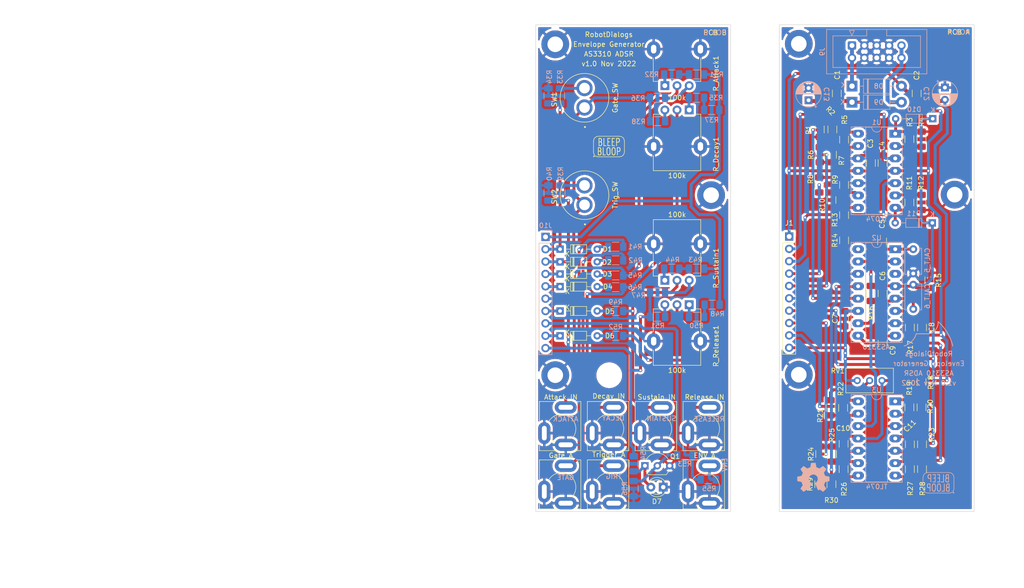
<source format=kicad_pcb>
(kicad_pcb (version 20211014) (generator pcbnew)
  (title_block (title "Envelope Generator AS3310") (date "2022-12-06") (rev "1.0") (company "RobotDialogs"))
  (layers (0 "F.Cu" signal) (31 "B.Cu" signal) (34 "B.Paste" user) (35 "F.Paste" user) (36 "B.SilkS" user "B.Silkscreen") (37 "F.SilkS" user "F.Silkscreen") (38 "B.Mask" user) (39 "F.Mask" user) (44 "Edge.Cuts" user))
  (net 0 "")
  (net 1 "+12V")
  (net 2 "GND")
  (net 3 "-12V")
  (net 4 "Net-(C5-Pad1)")
  (net 5 "-12VA")
  (net 6 "Net-(D2-Pad2)")
  (net 7 "Net-(C6-Pad2)")
  (net 8 "+12VA")
  (net 9 "Net-(C6-Pad1)")
  (net 10 "Net-(C9-Pad1)")
  (net 11 "Net-(J2-PadT)")
  (net 12 "Net-(D1-Pad2)")
  (net 13 "Net-(D5-Pad2)")
  (net 14 "Net-(D6-Pad2)")
  (net 15 "Net-(D7-Pad2)")
  (net 16 "Net-(D3-Pad2)")
  (net 17 "Net-(D4-Pad2)")
  (net 18 "Net-(D10-Pad2)")
  (net 19 "Net-(D11-Pad2)")
  (net 20 "Net-(Q1-Pad2)")
  (net 21 "Net-(R2-Pad1)")
  (net 22 "Net-(R4-Pad1)")
  (net 23 "Net-(R6-Pad1)")
  (net 24 "Net-(J3-PadT)")
  (net 25 "Net-(R2-Pad2)")
  (net 26 "Net-(R5-Pad2)")
  (net 27 "Net-(R16-Pad1)")
  (net 28 "Net-(R16-Pad2)")
  (net 29 "Net-(R18-Pad1)")
  (net 30 "Net-(R8-Pad1)")
  (net 31 "Net-(J4-PadT)")
  (net 32 "Net-(R10-Pad2)")
  (net 33 "Net-(J5-PadT)")
  (net 34 "Net-(R13-Pad2)")
  (net 35 "Net-(R12-Pad1)")
  (net 36 "Net-(R13-Pad1)")
  (net 37 "Net-(R17-Pad1)")
  (net 38 "Net-(R19-Pad2)")
  (net 39 "Net-(R23-Pad2)")
  (net 40 "Net-(R21-Pad2)")
  (net 41 "Net-(R30-Pad1)")
  (net 42 "Net-(R30-Pad2)")
  (net 43 "Net-(J6-PadT)")
  (net 44 "Net-(R21-Pad1)")
  (net 45 "Net-(R35-Pad2)")
  (net 46 "Net-(R23-Pad1)")
  (net 47 "Net-(R36-Pad2)")
  (net 48 "Net-(R24-Pad1)")
  (net 49 "Net-(R39-Pad1)")
  (net 50 "Net-(R26-Pad2)")
  (net 51 "Net-(J7-PadT)")
  (net 52 "Net-(R28-Pad1)")
  (net 53 "Net-(R28-Pad2)")
  (net 54 "Net-(R32-Pad2)")
  (net 55 "Net-(R32-Pad1)")
  (net 56 "Net-(R33-Pad1)")
  (net 57 "Net-(R35-Pad1)")
  (net 58 "Net-(R38-Pad2)")
  (net 59 "Net-(R44-Pad2)")
  (net 60 "Net-(J8-PadT)")
  (net 61 "Net-(R44-Pad1)")
  (net 62 "Net-(R47-Pad2)")
  (net 63 "Net-(R50-Pad2)")
  (net 64 "FROM_GATE")
  (net 65 "FROM_TRIG")
  (net 66 "FROM_ATT")
  (net 67 "FROM_DEC")
  (net 68 "FROM_SUS")
  (net 69 "FROM_REL")
  (net 70 "TO_OUT")
  (net 71 "GATE")
  (net 72 "TRIG")
  (net 73 "OUT")
  (net 74 "ATTACK")
  (net 75 "DECAY")
  (net 76 "SUSTAIN")
  (net 77 "RELEASE")
  (net 78 "Net-(R50-Pad1)")
  (net 79 "Net-(R51-Pad2)")
  (footprint "Capacitor_SMD:C_1206_3216Metric_Pad1.33x1.80mm_HandSolder" (layer "F.Cu") (at 211.2 78.4 -90)
    (fp_text reference "C4")
    (fp_text value "10nF")
  )
  (footprint "My Stuff:SW_PS1024ALRED" (layer "F.Cu") (at 150 85 90)
    (fp_text reference "SW2")
    (fp_text value "Trig_SW")
  )
  (footprint "MountingHole:MountingHole_4.3mm_M4_ISO14580" (layer "F.Cu") (at 155.083333 122)
    (fp_text reference "H7" hide)
    (fp_text value "TrimPotHole")
  )
  (footprint "Diode_THT:D_DO-34_SOD68_P7.62mm_Horizontal" (layer "F.Cu") (at 144.985 96.1)
    (fp_text reference "D1")
    (fp_text value "D")
  )
  (footprint "My Stuff:SW_PS1024ALRED" (layer "F.Cu") (at 150 65 90)
    (fp_text reference "SW1")
    (fp_text value "Gate_SW")
  )
  (footprint "Resistor_SMD:R_1206_3216Metric_Pad1.30x1.75mm_HandSolder" (layer "F.Cu") (at 216.7 86.5 90)
    (fp_text reference "R11")
    (fp_text value "100k")
  )
  (footprint "Diode_THT:D_DO-34_SOD68_P7.62mm_Horizontal" (layer "F.Cu") (at 144.985 98.7)
    (fp_text reference "D2")
    (fp_text value "D")
  )
  (footprint "Connector_PinSocket_2.54mm:PinSocket_1x10_P2.54mm_Vertical" (layer "F.Cu") (at 192.025 93.5)
    (fp_text reference "J1")
    (fp_text value "Conn_01x10")
  )
  (footprint "Package_TO_SOT_THT:TO-92_Inline_Wide" (layer "F.Cu") (at 162.41 140.6)
    (fp_text reference "Q1")
    (fp_text value "2N3906")
  )
  (footprint "Resistor_SMD:R_1206_3216Metric_Pad1.30x1.75mm_HandSolder" (layer "F.Cu") (at 198.4 138.2 -90)
    (fp_text reference "R24")
    (fp_text value "100k")
  )
  (footprint "Resistor_SMD:R_1206_3216Metric_Pad1.30x1.75mm_HandSolder" (layer "F.Cu") (at 216.8 112.2 -90)
    (fp_text reference "R17")
    (fp_text value "470")
  )
  (footprint "MountingHole:MountingHole_3.2mm_M3_ISO7380_Pad_TopBottom" (layer "F.Cu") (at 176 85)
    (fp_text reference "H4" hide)
    (fp_text value "MountingHole_Pad")
  )
  (footprint "Resistor_SMD:R_1206_3216Metric_Pad1.30x1.75mm_HandSolder" (layer "F.Cu") (at 200.9 71.5 90)
    (fp_text reference "R2")
    (fp_text value "10k")
  )
  (footprint "Resistor_SMD:R_1206_3216Metric_Pad1.30x1.75mm_HandSolder" (layer "F.Cu") (at 219.2 123.4 90)
    (fp_text reference "R18")
    (fp_text value "100k")
  )
  (footprint "MountingHole:MountingHole_3.2mm_M3_ISO7380_Pad_TopBottom" (layer "F.Cu") (at 144 122)
    (fp_text reference "H6" hide)
    (fp_text value "MountingHole_Pad")
  )
  (footprint "Resistor_SMD:R_1206_3216Metric_Pad1.30x1.75mm_HandSolder" (layer "F.Cu") (at 219.2 73.5 90)
    (fp_text reference "R4")
    (fp_text value "100k")
  )
  (footprint "Resistor_SMD:R_1206_3216Metric_Pad1.30x1.75mm_HandSolder" (layer "F.Cu") (at 200.8 76.7 -90)
    (fp_text reference "R7")
    (fp_text value "100k")
  )
  (footprint "MountingHole:MountingHole_3.2mm_M3_ISO7380_Pad_TopBottom" (layer "F.Cu") (at 194 121.9)
    (fp_text reference "H5" hide)
    (fp_text value "MountingHole_Pad")
  )
  (footprint "Resistor_SMD:R_1206_3216Metric_Pad1.30x1.75mm_HandSolder" (layer "F.Cu") (at 198.3 71.5 -90)
    (fp_text reference "R1")
    (fp_text value "470")
  )
  (footprint "Capacitor_SMD:C_1206_3216Metric_Pad1.33x1.80mm_HandSolder" (layer "F.Cu") (at 211.2 105.2 -90)
    (fp_text reference "C6")
    (fp_text value "1uF")
  )
  (footprint "My Stuff:Jack_3.5mm_MJ-355W_Vertical" (layer "F.Cu") (at 145.25 133)
    (fp_text reference "J2")
    (fp_text value "Attack_IN")
  )
  (footprint "Capacitor_SMD:C_1206_3216Metric_Pad1.33x1.80mm_HandSolder" (layer "F.Cu") (at 211.1 94.5 90)
    (fp_text reference "C5")
    (fp_text value "39nF")
  )
  (footprint "MountingHole:MountingHole_3.2mm_M3_ISO7380_Pad_TopBottom" (layer "F.Cu") (at 194 53.9)
    (fp_text reference "H1" hide)
    (fp_text value "MountingHole_Pad")
  )
  (footprint "My Stuff:Jack_3.5mm_MJ-355W_Vertical" (layer "F.Cu") (at 155.083333 133)
    (fp_text reference "J3")
    (fp_text value "Decay_IN")
  )
  (footprint "MountingHole:MountingHole_3.2mm_M3_ISO7380_Pad_TopBottom" (layer "F.Cu") (at 226 84.9)
    (fp_text reference "H3" hide)
    (fp_text value "MountingHole_Pad")
  )
  (footprint "MountingHole:MountingHole_3.2mm_M3_ISO7380_Pad_TopBottom" (layer "F.Cu") (at 144 54)
    (fp_text reference "H2" hide)
    (fp_text value "MountingHole_Pad")
  )
  (footprint "My Stuff:Logo1" (layer "F.Cu") (at 155 75)
    (fp_text reference "LOGO1" hide)
    (fp_text value "logo1" hide)
  )
  (footprint "Resistor_SMD:R_1206_3216Metric_Pad1.30x1.75mm_HandSolder" (layer "F.Cu") (at 216.8 141.3 90)
    (fp_text reference "R27")
    (fp_text value "100k")
  )
  (footprint "My Stuff:Potentiometer_Alpha_RD901F-40-00D_Single_Vertical_w_3d" (layer "F.Cu") (at 169 55 90)
    (fp_text reference "R_Attack1")
    (fp_text value "100k")
  )
  (footprint "Diode_THT:D_DO-34_SOD68_P7.62mm_Horizontal" (layer "F.Cu") (at 144.985 101.2)
    (fp_text reference "D3")
    (fp_text value "D")
  )
  (footprint "Resistor_SMD:R_1206_3216Metric_Pad1.30x1.75mm_HandSolder" (layer "F.Cu") (at 200.7 86 90)
    (fp_text reference "R10")
    (fp_text value "100k")
  )
  (footprint "Capacitor_SMD:C_1206_3216Metric_Pad1.33x1.80mm_HandSolder" (layer "F.Cu") (at 203.3 110.4 90)
    (fp_text reference "C7")
    (fp_text value "10nF")
  )
  (footprint "Resistor_SMD:R_1206_3216Metric_Pad1.30x1.75mm_HandSolder" (layer "F.Cu") (at 203.1 128.7 -90)
    (fp_text reference "R22")
    (fp_text value "100k")
  )
  (footprint "Resistor_SMD:R_1206_3216Metric_Pad1.30x1.75mm_HandSolder" (layer "F.Cu") (at 203.3 94.3 -90)
    (fp_text reference "R14")
    (fp_text value "470")
  )
  (footprint "Resistor_SMD:R_1206_3216Metric_Pad1.30x1.75mm_HandSolder" (layer "F.Cu") (at 216.7 128.6 -90)
    (fp_text reference "R19")
    (fp_text value "100k")
  )
  (footprint "Resistor_SMD:R_1206_3216Metric_Pad1.30x1.75mm_HandSolder" (layer "F.Cu") (at 200.5 128.7 90)
    (fp_text reference "R21")
    (fp_text value "100k")
  )
  (footprint "Capacitor_SMD:C_1206_3216Metric_Pad1.33x1.80mm_HandSolder" (layer "F.Cu") (at 203.2 136.1 -90)
    (fp_text reference "C10")
    (fp_text value "10nF")
  )
  (footprint "Resistor_SMD:R_1206_3216Metric_Pad1.30x1.75mm_HandSolder" (layer "F.Cu") (at 219.3 141.3 90)
    (fp_text reference "R28")
    (fp_text value "10k")
  )
  (footprint "Capacitor_SMD:C_1206_3216Metric_Pad1.33x1.80mm_HandSolder" (layer "F.Cu") (at 211.2 115.5 -90)
    (fp_text reference "C9")
    (fp_text value "10nF")
  )
  (footprint "Capacitor_SMD:C_1206_3216Metric_Pad1.33x1.80mm_HandSolder" (layer "F.Cu") (at 219.3 112.2 -90)
    (fp_text reference "C8")
    (fp_text value "10nF")
  )
  (footprint "Resistor_SMD:R_1206_3216Metric_Pad1.30x1.75mm_HandSolder" (layer "F.Cu") (at 200.7 144.4 -90)
    (fp_text reference "R30")
    (fp_text value "10k")
  )
  (footprint "Resistor_SMD:R_1206_3216Metric_Pad1.30x1.75mm_HandSolder" (layer "F.Cu") (at 203.3 73.6 -90)
    (fp_text reference "R5")
    (fp_text value "100k")
  )
  (footprint "Resistor_SMD:R_1206_3216Metric_Pad1.30x1.75mm_HandSolder" (layer "F.Cu") (at 219.3 136.2 90)
    (fp_text reference "R23")
    (fp_text value "100k")
  )
  (footprint "Diode_THT:D_DO-34_SOD68_P7.62mm_Horizontal" (layer "F.Cu") (at 144.985 103.8)
    (fp_text reference "D4")
    (fp_text value "D")
  )
  (footprint "Resistor_SMD:R_1206_3216Metric_Pad1.30x1.75mm_HandSolder" (layer "F.Cu") (at 198.3 76.7 90)
    (fp_text reference "R6")
    (fp_text value "100k")
  )
  (footprint "Resistor_SMD:R_1206_3216Metric_Pad1.30x1.75mm_HandSolder" (layer "F.Cu") (at 200.8 138.2 90)
    (fp_text reference "R25")
    (fp_text value "100k")
  )
  (footprint "My Stuff:Jack_3.5mm_MJ-355W_Vertical" (layer "F.Cu") (at 155.083333 145)
    (fp_text reference "J7")
    (fp_text value "Trigger_A")
  )
  (footprint "My Stuff:Jack_3.5mm_MJ-355W_Vertical" (layer "F.Cu") (at 164.916666 133)
    (fp_text reference "J4")
    (fp_text value "Sustain_IN")
  )
  (footprint "My Stuff:Jack_3.5mm_MJ-355W_Vertical" (layer "F.Cu") (at 145.25 145)
    (fp_text reference "J6")
    (fp_text value "Gate_A")
  )
  (footprint "Resistor_SMD:R_1206_3216Metric_Pad1.30x1.75mm_HandSolder" (layer "F.Cu") (at 219.2 128.6 90)
    (fp_text reference "R20")
    (fp_text value "100k")
  )
  (footprint "Resistor_SMD:R_1206_3216Metric_Pad1.30x1.75mm_HandSolder" (layer "F.Cu") (at 219.2 86.5 -90)
    (fp_text reference "R12")
    (fp_text value "100k")
  )
  (footprint "Resistor_SMD:R_1206_3216Metric_Pad1.30x1.75mm_HandSolder" (layer "F.Cu") (at 203.2 141.3 90)
    (fp_text reference "R26")
    (fp_text value "100k")
  )
  (footprint "Capacitor_SMD:C_1206_3216Metric_Pad1.33x1.80mm_HandSolder" (layer "F.Cu") (at 216.8 136.2 90)
    (fp_text reference "C11")
    (fp_text value "10nF")
  )
  (footprint "Diode_THT:D_DO-34_SOD68_P7.62mm_Horizontal" (layer "F.Cu") (at 144.985 113.9)
    (fp_text reference "D6")
    (fp_text value "D")
  )
  (footprint "Diode_THT:D_DO-34_SOD68_P7.62mm_Horizontal" (layer "F.Cu") (at 144.985 108.8)
    (fp_text reference "D5")
    (fp_text value "D")
  )
  (footprint "Resistor_SMD:R_1206_3216Metric_Pad1.30x1.75mm_HandSolder" (layer "F.Cu") (at 198.2 144.4 -90)
    (fp_text reference "R29")
    (fp_text value "470")
  )
  (footprint "Potentiometer_THT:Potentiometer_Bourns_3296W_Vertical" (layer "F.Cu") (at 206 123.1 180)
    (fp_text reference "RV1")
    (fp_text value "100k")
  )
  (footprint "My Stuff:Jack_3.5mm_MJ-355W_Vertical" (layer "F.Cu") (at 174.75 133)
    (fp_text reference "J5")
    (fp_text value "Release_IN")
  )
  (footprint "Resistor_SMD:R_1206_3216Metric_Pad1.30x1.75mm_HandSolder" (layer "F.Cu") (at 208.8 105.2 -90)
    (fp_text reference "R16")
    (fp_text value "30k")
  )
  (footprint "Capacitor_SMD:C_1206_3216Metric_Pad1.33x1.80mm_HandSolder" (layer "F.Cu") (at 208.8 78.4 90)
    (fp_text reference "C3")
    (fp_text value "10nF")
  )
  (footprint "Capacitor_SMD:C_1206_3216Metric_Pad1.33x1.80mm_HandSolder" (layer "F.Cu") (at 201.8 64.1 90)
    (fp_text reference "C1")
    (fp_text value "10nF")
  )
  (footprint "Resistor_SMD:R_1206_3216Metric_Pad1.30x1.75mm_HandSolder" (layer "F.Cu") (at 216.7 73.5 -90)
    (fp_text reference "R3")
    (fp_text value "100k")
  )
  (footprint "Resistor_SMD:R_1206_3216Metric_Pad1.30x1.75mm_HandSolder" (layer "F.Cu") (at 198.2 82.9 -90)
    (fp_text reference "R8")
    (fp_text value "100k")
  )
  (footprint "Capacitor_SMD:C_1206_3216Metric_Pad1.33x1.80mm_HandSolder" (layer "F.Cu") (at 218.2 64.1 -90)
    (fp_text reference "C2")
    (fp_text value "10nF")
  )
  (footprint "My Stuff:Jack_3.5mm_MJ-355W_Vertical" (layer "F.Cu") (at 174.75 145)
    (fp_text reference "J8")
    (fp_text value "ENV_A")
  )
  (footprint "My Stuff:Potentiometer_Alpha_RD901F-40-00D_Single_Vertical_w_3d" (layer "F.Cu") (at 169 75 -90)
    (fp_text reference "R_Decay1")
    (fp_text value "100k")
  )
  (footprint "My Stuff:Potentiometer_Alpha_RD901F-40-00D_Single_Vertical_w_3d" (layer "F.Cu") (at 169 115 -90)
    (fp_text reference "R_Release1")
    (fp_text value "100k")
  )
  (footprint "Resistor_SMD:R_1206_3216Metric_Pad1.30x1.75mm_HandSolder" (layer "F.Cu") (at 203.3 82.9 90)
    (fp_text reference "R9")
    (fp_text value "100k")
  )
  (footprint "My Stuff:Potentiometer_Alpha_RD901F-40-00D_Single_Vertical_w_3d" (layer "F.Cu") (at 169 95 90)
    (fp_text reference "R_Sustain1")
    (fp_text value "100k")
  )
  (footprint "My Stuff:Logo2" (layer "F.Cu") (at 222.7 144.1)
    (fp_text reference "LOGO2" hide)
    (fp_text value "logo1" hide)
  )
  (footprint "Resistor_SMD:R_1206_3216Metric_Pad1.30x1.75mm_HandSolder" (layer "F.Cu") (at 203.3 89.1 90)
    (fp_text reference "R13")
    (fp_text value "10k")
  )
  (footprint "My Stuff:LED_D3.0mm" (layer "F.Cu") (at 164.9 145 180)
    (fp_text reference "D7")
    (fp_text value "LED_A")
  )
  (footprint "Resistor_SMD:R_1206_3216Metric_Pad1.30x1.75mm_HandSolder" (layer "F.Cu") (at 220.8 102.5 90)
    (fp_text reference "R15")
    (fp_text value "10k")
  )
  (footprint "Package_DIP:DIP-16_W7.62mm_Socket_LongPads" (layer "B.Cu") (at 213.8 96.1 180)
    (fp_text reference "U2")
    (fp_text value "AS3310")
  )
  (footprint "Diode_THT:D_DO-34_SOD68_P7.62mm_Horizontal" (layer "B.Cu") (at 221.415 90.7 180)
    (fp_text reference "D11")
    (fp_text value "D")
  )
  (footprint "Resistor_SMD:R_1206_3216Metric_Pad1.30x1.75mm_HandSolder" (layer "B.Cu") (at 167.9 100.1)
    (fp_text reference "R44")
    (fp_text value "100k")
  )
  (footprint "Resistor_SMD:R_1206_3216Metric_Pad1.30x1.75mm_HandSolder" (layer "B.Cu") (at 173 60.2)
    (fp_text reference "R31")
    (fp_text value "10k")
  )
  (footprint "Resistor_SMD:R_1206_3216Metric_Pad1.30x1.75mm_HandSolder" (layer "B.Cu") (at 165 65)
    (fp_text reference "R36")
    (fp_text value "10k")
  )
  (footprint "Capacitor_THT:C_Disc_D5.1mm_W3.2mm_P5.00mm" (layer "B.Cu") (at 217.5 96.1 -90)
    (fp_text reference "CALT_5")
    (fp_text value "39nF")
  )
  (footprint "Resistor_SMD:R_1206_3216Metric_Pad1.30x1.75mm_HandSolder" (layer "B.Cu") (at 142.6 64.6 90)
    (fp_text reference "R34")
    (fp_text value "10k")
  )
  (footprint "Resistor_SMD:R_1206_3216Metric_Pad1.30x1.75mm_HandSolder" (layer "B.Cu") (at 176.2 107.5)
    (fp_text reference "R48")
    (fp_text value "10k")
  )
  (footprint "Resistor_SMD:R_1206_3216Metric_Pad1.30x1.75mm_HandSolder" (layer "B.Cu") (at 165 69.8)
    (fp_text reference "R38")
    (fp_text value "10k")
  )
  (footprint "Resistor_SMD:R_1206_3216Metric_Pad1.30x1.75mm_HandSolder" (layer "B.Cu") (at 175.4 143.4 180)
    (fp_text reference "R55")
    (fp_text value "1k")
  )
  (footprint "Connector_IDC:IDC-Header_2x05_P2.54mm_Vertical" (layer "B.Cu") (at 204.92 54.2475 -90)
    (fp_text reference "J9")
    (fp_text value "Conn_02x05_Odd_Even")
  )
  (footprint "Resistor_SMD:R_1206_3216Metric_Pad1.30x1.75mm_HandSolder" (layer "B.Cu") (at 173 100.1)
    (fp_text reference "R43")
    (fp_text value "10k")
  )
  (footprint "Resistor_SMD:R_1206_3216Metric_Pad1.30x1.75mm_HandSolder" (layer "B.Cu") (at 156.4 98.4 180)
    (fp_text reference "R42")
    (fp_text value "1k")
  )
  (footprint "Resistor_SMD:R_1206_3216Metric_Pad1.30x1.75mm_HandSolder" (layer "B.Cu") (at 167.9 60.2)
    (fp_text reference "R32")
    (fp_text value "100k")
  )
  (footprint "Resistor_SMD:R_1206_3216Metric_Pad1.30x1.75mm_HandSolder" (layer "B.Cu") (at 156.4 108.8 180)
    (fp_text reference "R49")
    (fp_text value "1k")
  )
  (footprint "Resistor_SMD:R_1206_3216Metric_Pad1.30x1.75mm_HandSolder" (layer "B.Cu") (at 142.6 84.550001 90)
    (fp_text reference "R40")
    (fp_text value "10k")
  )
  (footprint "Diode_THT:D_DO-41_SOD81_P10.16mm_Horizontal" (layer "B.Cu") (at 204.92 65.9)
    (fp_text reference "D9")
    (fp_text value "D")
  )
  (footprint "Diode_THT:D_DO-41_SOD81_P10.16mm_Horizontal" (layer "B.Cu") (at 204.92 62.6)
    (fp_text reference "D8")
    (fp_text value "D")
  )
  (footprint "Resistor_SMD:R_1206_3216Metric_Pad1.30x1.75mm_HandSolder" (layer "B.Cu") (at 165 110)
    (fp_text reference "R51")
    (fp_text value "10k")
  )
  (footprint "Resistor_SMD:R_1206_3216Metric_Pad1.30x1.75mm_HandSolder" (layer "B.Cu") (at 156.4 95.6 180)
    (fp_text reference "R41")
    (fp_text value "1k")
  )
  (footprint "Resistor_SMD:R_1206_3216Metric_Pad1.30x1.75mm_HandSolder" (layer "B.Cu") (at 165 105)
    (fp_text reference "R47")
    (fp_text value "10k")
  )
  (footprint "Resistor_SMD:R_1206_3216Metric_Pad1.30x1.75mm_HandSolder" (layer "B.Cu") (at 176.1 67.5)
    (fp_text reference "R37")
    (fp_text value "10k")
  )
  (footprint "Resistor_SMD:R_1206_3216Metric_Pad1.30x1.75mm_HandSolder" (layer "B.Cu") (at 173 65)
    (fp_text reference "R35")
    (fp_text value "100k")
  )
  (footprint "Capacitor_THT:CP_Radial_D5.0mm_P2.50mm" (layer "B.Cu") (at 196 65.5 90)
    (fp_text reference "C13")
    (fp_text value "100uF")
  )
  (footprint "Resistor_SMD:R_1206_3216Metric_Pad1.30x1.75mm_HandSolder" (layer "B.Cu") (at 156.4 113.9 180)
    (fp_text reference "R52")
    (fp_text value "1k")
  )
  (footprint "Resistor_SMD:R_1206_3216Metric_Pad1.30x1.75mm_HandSolder" (layer "B.Cu") (at 160.1 140.2 -90)
    (fp_text reference "R54")
    (fp_text value "3.3k")
  )
  (footprint "Resistor_SMD:R_1206_3216Metric_Pad1.30x1.75mm_HandSolder" (layer "B.Cu") (at 156.4 101.5 180)
    (fp_text reference "R45")
    (fp_text value "1k")
  )
  (footprint "Resistor_SMD:R_1206_3216Metric_Pad1.30x1.75mm_HandSolder" (layer "B.Cu") (at 145.099999 84.55 -90)
    (fp_text reference "R39")
    (fp_text value "4.7k")
  )
  (footprint "Resistor_SMD:R_1206_3216Metric_Pad1.30x1.75mm_HandSolder" (layer "B.Cu") (at 170.6 138.4)
    (fp_text reference "R53")
    (fp_text value "100k")
  )
  (footprint "Diode_THT:D_DO-34_SOD68_P7.62mm_Horizontal" (layer "B.Cu") (at 221.5 69.3 180)
    (fp_text reference "D10")
    (fp_text value "D")
  )
  (footprint "Symbol:OSHW-Symbol_6.7x6mm_SilkScreen" (layer "B.Cu") (at 197 143 180)
    (fp_text reference "LOGO3" hide)
    (fp_text value "Logo_Open_Hardware_Small" hide)
  )
  (footprint "Resistor_SMD:R_1206_3216Metric_Pad1.30x1.75mm_HandSolder" (layer "B.Cu") (at 160.1 145.3 -90)
    (fp_text reference "R56")
    (fp_text value "22k")
  )
  (footprint "Package_DIP:DIP-14_W7.62mm_Socket_LongPads" (layer "B.Cu") (at 213.8 72.375 180)
    (fp_text reference "U1")
    (fp_text value "TL074")
  )
  (footprint "Capacitor_THT:CP_Radial_D5.0mm_P2.50mm" (layer "B.Cu") (at 224 62.894888 -90)
    (fp_text reference "C12")
    (fp_text value "100uF")
  )
  (footprint "Connector_PinHeader_2.54mm:PinHeader_1x10_P2.54mm_Vertical" (layer "B.Cu") (at 142 93.575 180)
    (fp_text reference "J10")
    (fp_text value "Conn_01x10")
  )
  (footprint "Resistor_SMD:R_1206_3216Metric_Pad1.30x1.75mm_HandSolder" (layer "B.Cu") (at 156.4 103.9 180)
    (fp_text reference "R46")
    (fp_text value "1k")
  )
  (footprint "Capacitor_THT:C_Disc_D5.1mm_W3.2mm_P5.00mm" (layer "B.Cu") (at 217.5 103.4 -90)
    (fp_text reference "CALT_6")
    (fp_text value "1uF")
  )
  (footprint "Resistor_SMD:R_1206_3216Metric_Pad1.30x1.75mm_HandSolder" (layer "B.Cu") (at 173 110)
    (fp_text reference "R50")
    (fp_text value "100k")
  )
  (footprint "Package_DIP:DIP-14_W7.62mm_Socket_LongPads" (layer "B.Cu") (at 213.8 127.375 180)
    (fp_text reference "U3")
    (fp_text value "TL074")
  )
  (footprint "Resistor_SMD:R_1206_3216Metric_Pad1.30x1.75mm_HandSolder" (layer "B.Cu") (at 145 64.6 -90)
    (fp_text reference "R33")
    (fp_text value "4.7k")
  )
  (gr_line (start 218.109944 113.5) (end 220.609944 113.5) (layer "B.SilkS") (width 0.15))
  (gr_arc (start 222.609944 111) (mid 224.5 113.265966) (end 225.609944 116) (layer "B.SilkS") (width 0.15))
  (gr_arc (start 222.609944 111) (mid 222.095649 112.638564) (end 220.609944 113.5) (layer "B.SilkS") (width 0.15))
  (gr_arc (start 218.109944 113.5) (mid 217.17529 115.065346) (end 215.609944 116) (layer "B.SilkS") (width 0.15))
  (gr_rect locked (start 190 50) (end 230 150) (layer "Edge.Cuts") (width 0.1) (fill none))
  (gr_rect locked (start 140 50) (end 180 150) (layer "Edge.Cuts") (width 0.1) (fill none))
  (gr_text "ATTACK" (at 146.1 131) (layer "B.SilkS") (effects (font (size 1 1)) (justify mirror)))
  (gr_text "TRIG" (at 156 142.8) (layer "B.SilkS") (effects (font (size 1 1)) (justify mirror)))
  (gr_text "v1.0 Nov 2022" (at 220.7 123.6) (layer "B.SilkS") (effects (font (size 1 1)) (justify mirror)))
  (gr_text "DECAY" (at 155.9 130.8) (layer "B.SilkS") (effects (font (size 1 1)) (justify mirror)))
  (gr_text "PCB B" (at 176.8 51.6) (layer "B.SilkS") (effects (font (size 1 1)) (justify mirror)))
  (gr_text "SUSTAIN" (at 165.8 130.9) (layer "B.SilkS") (effects (font (size 1 1)) (justify mirror)))
  (gr_text "ENV" (at 178.8 140.4 90) (layer "B.SilkS") (effects (font (size 1 1)) (justify mirror)))
  (gr_text "AS3310 ADSR" (at 220.7 121.599999) (layer "B.SilkS") (effects (font (size 1 1)) (justify mirror)))
  (gr_text "TL074" (at 210 89.9) (layer "B.SilkS") (effects (font (size 1 1)) (justify mirror)))
  (gr_text "RobotDialogs\n" (at 220.7 117.6) (layer "B.SilkS") (effects (font (size 1 1)) (justify mirror)))
  (gr_text "PCB A" (at 226.9 51.5) (layer "B.SilkS") (effects (font (size 1 1)) (justify mirror)))
  (gr_text "GATE" (at 146.1 143) (layer "B.SilkS") (effects (font (size 1 1)) (justify mirror)))
  (gr_text "TL074" (at 210 144.9) (layer "B.SilkS") (effects (font (size 1 1)) (justify mirror)))
  (gr_text "RELEASE" (at 175.6 131) (layer "B.SilkS") (effects (font (size 1 1)) (justify mirror)))
  (gr_text "Envelope Generator" (at 220.7 119.6) (layer "B.SilkS") (effects (font (size 1 1)) (justify mirror)))
  (gr_text "AS3310" (at 209.9 116.2) (layer "B.SilkS") (effects (font (size 1 1)) (justify mirror)))
  (gr_text "Envelope Generator" (at 155 54) (layer "F.SilkS") (effects (font (size 1 1))))
  (gr_text "RobotDialogs\n" (at 155 52) (layer "F.SilkS") (effects (font (size 1 1))))
  (gr_text "PCB B" (at 176.8 51.6) (layer "F.SilkS") (effects (font (size 1 1))))
  (gr_text "v1.0 Nov 2022" (at 155 58) (layer "F.SilkS") (effects (font (size 1 1))))
  (gr_text "PCB A" (at 226.8 51.5) (layer "F.SilkS") (effects (font (size 1 1))))
  (gr_text "AS3310 ADSR" (at 155 56) (layer "F.SilkS") (effects (font (size 1 1))))
  (segment (start 196.1625 65.6625) (end 196 65.5) (width 0.8) (layer "F.Cu") (net 1))
  (segment (start 147.840489 84.840489) (end 147.840489 69.159511) (width 0.6) (layer "F.Cu") (net 1))
  (segment (start 161.5 110) (end 161.5 121) (width 0.6) (layer "F.Cu") (net 1))
  (segment (start 204.682501 65.6625) (end 204.920001 65.9) (width 0.8) (layer "F.Cu") (net 1))
  (segment (start 203.3 108.8375) (end 206.1425 108.8375) (width 0.6) (layer "F.Cu") (net 1))
  (segment (start 221.6 118.6) (end 203.6 118.6) (width 0.6) (layer "F.Cu") (net 1))
  (segment (start 203.6 118.6) (end 203.56 118.64) (width 0.6) (layer "F.Cu") (net 1))
  (segment (start 216.8 134.6375) (end 216.8 135.8) (width 0.6) (layer "F.Cu") (net 1))
  (segment (start 204.920001 65.9) (end 210.9 65.9) (width 0.6) (layer "F.Cu") (net 1))
  (segment (start 147.840489 69.159511) (end 150 67) (width 0.6) (layer "F.Cu") (net 1))
  (segment (start 210.9 65.9) (end 212.7 67.7) (width 0.6) (layer "F.Cu") (net 1))
  (segment (start 220.595 79.995) (end 220.6 80) (width 0.6) (layer "F.Cu") (net 1))
  (segment (start 216.8 135.8) (end 217 136) (width 0.6) (layer "F.Cu") (net 1))
  (segment (start 192.025 116.36) (end 203.56 116.36) (width 0.6) (layer "F.Cu") (net 1))
  (segment (start 213.7575 80.0375) (end 213.8 79.995) (width 0.6) (layer "F.Cu") (net 1))
  (segment (start 201.8 65.6625) (end 204.682501 65.6625) (width 0.8) (layer "F.Cu") (net 1))
  (segment (start 146.7 114.2) (end 146.7 100.9) (width 0.6) (layer "F.Cu") (net 1))
  (segment (start 211.3 80.0375) (end 213.7575 80.0375) (width 0.6) (layer "F.Cu") (net 1))
  (segment (start 214.1575 134.6375) (end 213.8 134.995) (width 0.6) (layer "F.Cu") (net 1))
  (segment (start 221.6 118.6) (end 221.6 119.7) (width 0.6) (layer "F.Cu") (net 1))
  (segment (start 146.7 100.9) (end 147.8 99.8) (width 0.6) (layer "F.Cu") (net 1))
  (segment (start 206.1425 108.8375) (end 206.18 108.8) (width 0.6) (layer "F.Cu") (net 1))
  (segment (start 212.7 67.7) (end 223 67.7) (width 0.6) (layer "F.Cu") (net 1))
  (segment (start 146.7 115.2) (end 146.7 114.2) (width 0.6) (layer "F.Cu") (net 1))
  (segment (start 147.8 99.8) (end 147.8 89.2) (width 0.6) (layer "F.Cu") (net 1))
  (segment (start 201.8 65.6625) (end 196.1625 65.6625) (width 0.8) (layer "F.Cu") (net 1))
  (segment (start 213.8 79.995) (end 220.595 79.995) (width 0.6) (layer "F.Cu") (net 1))
  (segment (start 217 136) (end 221.6 136) (width 0.6) (layer "F.Cu") (net 1))
  (segment (start 216.8 134.6375) (end 214.1575 134.6375) (width 0.6) (layer "F.Cu") (net 1))
  (segment (start 203.56 118.64) (end 203.56 116.36) (width 0.6) (layer "F.Cu") (net 1))
  (segment (start 150 87) (end 147.840489 84.840489) (width 0.6) (layer "F.Cu") (net 1))
  (segment (start 147.8 89.2) (end 150 87) (width 0.6) (layer "F.Cu") (net 1))
  (via (at 203.56 116.36) (size 0.7) (drill 0.4) (layers "F.Cu" "B.Cu") (net 1))
  (via (at 221.6 119.7) (size 0.7) (drill 0.4) (layers "F.Cu" "B.Cu") (net 1))
  (via (at 223 67.7) (size 0.7) (drill 0.4) (layers "F.Cu" "B.Cu") (net 1))
  (via (at 161.5 121) (size 0.7) (drill 0.4) (layers "F.Cu" "B.Cu") (net 1))
  (via (at 220.6 80) (size 0.7) (drill 0.4) (layers "F.Cu" "B.Cu") (net 1))
  (via (at 161.5 110) (size 0.7) (drill 0.4) (layers "F.Cu" "B.Cu") (net 1))
  (via (at 146.7 114.2) (size 0.7) (drill 0.4) (layers "F.Cu" "B.Cu") (net 1))
  (via (at 203.56 118.64) (size 0.7) (drill 0.4) (layers "F.Cu" "B.Cu") (net 1))
  (via (at 221.6 136) (size 0.7) (drill 0.4) (layers "F.Cu" "B.Cu") (net 1))
  (via (at 203.56 117.46) (size 0.7) (drill 0.4) (layers "F.Cu" "B.Cu") (net 1))
  (via (at 146.7 115.2) (size 0.7) (drill 0.4) (layers "F.Cu" "B.Cu") (net 1))
  (via (at 221.6 118.6) (size 0.7) (drill 0.4) (layers "F.Cu" "B.Cu") (net 1))
  (segment (start 223 102.3) (end 223 89.5) (width 0.6) (layer "B.Cu") (net 1))
  (segment (start 223 89.5) (end 220.6 87.1) (width 0.6) (layer "B.Cu") (net 1))
  (segment (start 203.6 108.8) (end 203.56 108.84) (width 0.6) (layer "B.Cu") (net 1))
  (segment (start 146.7 114.2) (end 146.7 115.2) (width 0.6) (layer "B.Cu") (net 1))
  (segment (start 203.56 122.76) (end 203.9 123.1) (width 0.6) (layer "B.Cu") (net 1))
  (segment (start 203.56 116.36) (end 203.56 117.46) (width 0.6) (layer "B.Cu") (net 1))
  (segment (start 223.2 71.5) (end 223.2 67.9) (width 0.6) (layer "B.Cu") (net 1))
  (segment (start 223.2 67.9) (end 223 67.7) (width 0.6) (layer "B.Cu") (net 1))
  (segment (start 146.665 116.435) (end 146.665 115.235) (width 0.6) (layer "B.Cu") (net 1))
  (segment (start 203.56 108.84) (end 203.56 116.36) (width 0.6) (layer "B.Cu") (net 1))
  (segment (start 161.5 121) (end 159.5 121) (width 0.6) (layer "B.Cu") (net 1))
  (segment (start 206.18 108.8) (end 203.6 108.8) (width 0.6) (layer "B.Cu") (net 1))
  (segment (start 159.5 117.67) (end 158.265 116.435) (width 0.6) (layer "B.Cu") (net 1))
  (segment (start 221.6 119.7) (end 221.6 103.7) (width 0.6) (layer "B.Cu") (net 1))
  (segment (start 203.56 118.64) (end 203.56 122.76) (width 0.6) (layer "B.Cu") (net 1))
  (segment (start 220.6 87.1) (end 220.6 80) (width 0.6) (layer "B.Cu") (net 1))
  (segment (start 146.665 115.235) (end 146.7 115.2) (width 0.6) (layer "B.Cu") (net 1))
  (segment (start 203.56 117.46) (end 203.56 118.64) (width 0.6) (layer "B.Cu") (net 1))
  (segment (start 146.665 116.435) (end 158.265 116.435) (width 0.6) (layer "B.Cu") (net 1))
  (segment (start 163.45 65) (end 152 65) (width 0.6) (layer "B.Cu") (net 1))
  (segment (start 203.9 123.1) (end 206 123.1) (width 0.6) (layer "B.Cu") (net 1))
  (segment (start 220.6 74.1) (end 223.2 71.5) (width 0.6) (layer "B.Cu") (net 1))
  (segment (start 221.6 103.7) (end 223 102.3) (width 0.6) (layer "B.Cu") (net 1))
  (segment (start 163.45 110) (end 163.45 105) (width 0.6) (layer "B.Cu") (net 1))
  (segment (start 159.5 136.4) (end 159.5 121) (width 0.6) (layer "B.Cu") (net 1))
  (segment (start 160.1 137) (end 159.5 136.4) (width 0.6) (layer "B.Cu") (net 1))
  (segment (start 142 116.435) (end 146.665 116.435) (width 0.6) (layer "B.Cu") (net 1))
  (segment (start 163.45 110) (end 161.5 110) (width 0.6) (layer "B.Cu") (net 1))
  (segment (start 160.1 138.65) (end 160.1 137) (width 0.6) (layer "B.Cu") (net 1))
  (segment (start 159.5 121) (end 159.5 117.67) (width 0.6) (layer "B.Cu") (net 1))
  (segment (start 152 65) (end 150 67) (width 0.6) (layer "B.Cu") (net 1))
  (segment (start 220.6 80) (end 220.6 74.1) (width 0.6) (layer "B.Cu") (net 1))
  (segment (start 163.45 69.8) (end 163.45 65) (width 0.6) (layer "B.Cu") (net 1))
  (segment (start 221.6 136) (end 221.6 119.7) (width 0.6) (layer "B.Cu") (net 1))
  (segment (start 206.7975 76.8375) (end 206.18 77.455) (width 0.6) (layer "F.Cu") (net 2))
  (segment (start 208.8 76.8375) (end 206.7975 76.8375) (width 0.6) (layer "F.Cu") (net 2))
  (segment (start 203.2 137.6625) (end 206.0525 137.6625) (width 0.6) (layer "F.Cu") (net 2))
  (segment (start 216.8 137.7625) (end 214.0275 137.7625) (width 0.6) (layer "F.Cu") (net 2))
  (segment (start 214.0275 137.7625) (end 213.8 137.535) (width 0.6) (layer "F.Cu") (net 2))
  (segment (start 206.0525 137.6625) (end 206.18 137.535) (width 0.6) (layer "F.Cu") (net 2))
  (segment (start 219.3 113.7625) (end 223.1375 113.7625) (width 0.6) (layer "F.Cu") (net 3))
  (segment (start 206.2225 80.0375) (end 206.18 79.995) (width 0.6) (layer "F.Cu") (net 3))
  (segment (start 216.8 113.75) (end 219.2875 113.75) (width 0.6) (layer "F.Cu") (net 3))
  (segment (start 205.7225 134.5375) (end 206.18 134.995) (width 0.6) (layer "F.Cu") (net 3))
  (segment (start 215.080001 62.6) (end 216.580001 64.1) (width 0.8) (layer "F.Cu") (net 3))
  (segment (start 212.480001 60) (end 193.4 60) (width 0.6) (layer "F.Cu") (net 3))
  (segment (start 218.2 64.4) (end 218.2 65.6625) (width 0.8) (layer "F.Cu") (net 3))
  (segment (start 203.2 134.5375) (end 205.7225 134.5375) (width 0.6) (layer "F.Cu") (net 3))
  (segment (start 219.2875 113.75) (end 219.3 113.7625) (width 0.6) (layer "F.Cu") (net 3))
  (segment (start 218.2 65.6625) (end 224.232388 65.6625) (width 0.8) (layer "F.Cu") (net 3))
  (segment (start 223.1375 113.7625) (end 223.2 113.7) (width 0.6) (layer "F.Cu") (net 3))
  (segment (start 192.045 79.995) (end 192.025 79.975) (width 0.6) (layer "F.Cu") (net 3))
  (segment (start 216.580001 64.1) (end 217.9 64.1) (width 0.8) (layer "F.Cu") (net 3))
  (segment (start 206.18 79.995) (end 192.045 79.995) (width 0.6) (layer "F.Cu") (net 3))
  (segment (start 193.4 60) (end 193.3 60.1) (width 0.6) (layer "F.Cu") (net 3))
  (segment (start 215.080001 62.6) (end 212.480001 60) (width 0.6) (layer "F.Cu") (net 3))
  (segment (start 211.08 123.1) (end 224.4 123.1) (width 0.6) (layer "F.Cu") (net 3))
  (segment (start 208.9 80.0375) (end 206.2225 80.0375) (width 0.6) (layer "F.Cu") (net 3))
  (segment (start 217.9 64.1) (end 218.2 64.4) (width 0.8) (layer "F.Cu") (net 3))
  (via (at 223.2 113.7) (size 0.7) (drill 0.4) (layers "F.Cu" "B.Cu") (net 3))
  (via (at 192.025 79.975) (size 0.7) (drill 0.4) (layers "F.Cu" "B.Cu") (net 3))
  (via (at 224.4 123.1) (size 0.7) (drill 0.4) (layers "F.Cu" "B.Cu") (net 3))
  (via (at 193.3 60.1) (size 0.7) (drill 0.4) (layers "F.Cu" "B.Cu") (net 3))
  (segment (start 174.55 60.2) (end 177.2 60.2) (width 0.6) (layer "B.Cu") (net 3))
  (segment (start 192.025 93.5) (end 192.025 79.975) (width 0.6) (layer "B.Cu") (net 3))
  (segment (start 222 74.8) (end 224.5 72.3) (width 0.6) (layer "B.Cu") (net 3))
  (segment (start 171.9 86.2) (end 171.9 87.4) (width 0.6) (layer "B.Cu") (net 3))
  (segment (start 174.55 100.1) (end 177.7 100.1) (width 0.6) (layer "B.Cu") (net 3))
  (segment (start 177.65 79.75) (end 176.6 80.8) (width 0.6) (layer "B.Cu") (net 3))
  (segment (start 177.7 100.1) (end 177.75 100.15) (width 0.6) (layer "B.Cu") (net 3))
  (segment (start 224 65.394888) (end 224 66.863519) (width 0.6) (layer "B.Cu") (net 3))
  (segment (start 171.9 82.8) (end 171.9 86.2) (width 0.6) (layer "B.Cu") (net 3))
  (segment (start 171.9 87.4) (end 173.5 89) (width 0.6) (layer "B.Cu") (net 3))
  (segment (start 149.225 93.575) (end 156.6 86.2) (width 0.6) (layer "B.Cu") (net 3))
  (segment (start 177.2 60.2) (end 177.65 60.65) (width 0.6) (layer "B.Cu") (net 3))
  (segment (start 224.4 114.9) (end 224.4 123.1) (width 0.6) (layer "B.Cu") (net 3))
  (segment (start 223.2 103.8) (end 224.3 102.7) (width 0.6) (layer "B.Cu") (net 3))
  (segment (start 156.6 86.2) (end 171.9 86.2) (width 0.6) (layer "B.Cu") (net 3))
  (segment (start 210.105 134.995) (end 206.18 134.995) (width 0.6) (layer "B.Cu") (net 3))
  (segment (start 224.5 72.3) (end 224.5 67.363519) (width 0.6) (layer "B.Cu") (net 3))
  (segment (start 192.025 61.375) (end 193.3 60.1) (width 0.6) (layer "B.Cu") (net 3))
  (segment (start 223.2 113.7) (end 224.4 114.9) (width 0.6) (layer "B.Cu") (net 3))
  (segment (start 224.3 88.9) (end 222 86.6) (width 0.6) (layer "B.Cu") (net 3))
  (segment (start 176.7 89) (end 177.75 90.05) (width 0.6) (layer "B.Cu") (net 3))
  (segment (start 171.9 82.8) (end 173.9 80.8) (width 0.6) (layer "B.Cu") (net 3))
  (segment (start 177.65 67.5) (end 177.65 79.75) (width 0.6) (layer "B.Cu") (net 3))
  (segment (start 192.025 79.975) (end 192.025 61.375) (width 0.6) (layer "B.Cu") (net 3))
  (segment (start 142 93.575) (end 149.225 93.575) (width 0.6) (layer "B.Cu") (net 3))
  (segment (start 177.75 90.05) (end 177.75 100.15) (width 0.6) (layer "B.Cu") (net 3))
  (segment (start 176.6 80.8) (end 173.9 80.8) (width 0.6) (layer "B.Cu") (net 3))
  (segment (start 224.3 102.7) (end 224.3 88.9) (width 0.6) (layer "B.Cu") (net 3))
  (segment (start 222 86.6) (end 222 74.8) (width 0.6) (layer "B.Cu") (net 3))
  (segment (start 223.2 113.7) (end 223.2 103.8) (width 0.6) (layer "B.Cu") (net 3))
  (segment (start 211.08 123.1) (end 211.08 134.02) (width 0.6) (layer "B.Cu") (net 3))
  (segment (start 173.5 89) (end 176.7 89) (width 0.6) (layer "B.Cu") (net 3))
  (segment (start 177.65 60.65) (end 177.65 67.5) (width 0.6) (layer "B.Cu") (net 3))
  (segment (start 211.08 134.02) (end 210.105 134.995) (width 0.6) (layer "B.Cu") (net 3))
  (segment (start 224 66.863519) (end 224.5 67.363519) (width 0.6) (layer "B.Cu") (net 3))
  (segment (start 177.75 100.15) (end 177.75 107.5) (width 0.6) (layer "B.Cu") (net 3))
  (segment (start 211.1375 96.1) (end 211.1 96.0625) (width 0.6) (layer "F.Cu") (net 4))
  (segment (start 217.5 96.1) (end 211.1375 96.1) (width 0.6) (layer "F.Cu") (net 4))
  (segment (start 204.92 55.1475) (end 204.920001 62.6) (width 0.8) (layer "B.Cu") (net 5))
  (segment (start 152.905 98.4) (end 152.605 98.7) (width 0.6) (layer "B.Cu") (net 6))
  (segment (start 154.85 98.4) (end 152.905 98.4) (width 0.6) (layer "B.Cu") (net 6))
  (segment (start 216.76 106.26) (end 213.8 106.26) (width 0.6) (layer "F.Cu") (net 7))
  (segment (start 217.5 108.4) (end 217.5 107) (width 0.6) (layer "F.Cu") (net 7))
  (segment (start 211.2 106.7625) (end 213.2975 106.7625) (width 0.6) (layer "F.Cu") (net 7))
  (segment (start 213.2975 106.7625) (end 213.8 106.26) (width 0.6) (layer "F.Cu") (net 7))
  (segment (start 217.5 107) (end 216.76 106.26) (width 0.6) (layer "F.Cu") (net 7))
  (segment (start 212.2 61.5) (end 215.08 58.62) (width 0.8) (layer "B.Cu") (net 8))
  (segment (start 215.080001 65.9) (end 212.7 65.9) (width 0.8) (layer "B.Cu") (net 8))
  (segment (start 215.08 58.62) (end 215.08 55.1475) (width 0.8) (layer "B.Cu") (net 8))
  (segment (start 212.2 65.4) (end 212.2 61.5) (width 0.8) (layer "B.Cu") (net 8))
  (segment (start 212.7 65.9) (end 212.2 65.4) (width 0.8) (layer "B.Cu") (net 8))
  (segment (start 213.7175 103.6375) (end 213.8 103.72) (width 0.6) (layer "F.Cu") (net 9))
  (segment (start 217.18 103.72) (end 217.5 103.4) (width 0.6) (layer "F.Cu") (net 9))
  (segment (start 218.15 104.05) (end 217.5 103.4) (width 0.6) (layer "F.Cu") (net 9))
  (segment (start 213.8 103.72) (end 217.18 103.72) (width 0.6) (layer "F.Cu") (net 9))
  (segment (start 211.2 103.6375) (end 213.7175 103.6375) (width 0.6) (layer "F.Cu") (net 9))
  (segment (start 220.8 104.05) (end 218.15 104.05) (width 0.6) (layer "F.Cu") (net 9))
  (segment (start 217.5 103.4) (end 220.1 103.4) (width 0.6) (layer "B.Cu") (net 9))
  (segment (start 219.1 90.1) (end 219.7 90.7) (width 0.6) (layer "B.Cu") (net 9))
  (segment (start 221.415 102.085) (end 221.415 90.7) (width 0.6) (layer "B.Cu") (net 9))
  (segment (start 219.5 69.3) (end 219.1 69.7) (width 0.6) (layer "B.Cu") (net 9))
  (segment (start 219.7 90.7) (end 221.415 90.7) (width 0.6) (layer "B.Cu") (net 9))
  (segment (start 220.1 103.4) (end 221.415 102.085) (width 0.6) (layer "B.Cu") (net 9))
  (segment (start 219.1 69.7) (end 219.1 90.1) (width 0.6) (layer "B.Cu") (net 9))
  (segment (start 221.5 69.3) (end 219.5 69.3) (width 0.6) (layer "B.Cu") (net 9))
  (segment (start 211.2 113.9375) (end 213.7425 113.9375) (width 0.6) (layer "F.Cu") (net 10))
  (segment (start 213.7425 113.9375) (end 213.8 113.88) (width 0.6) (layer "F.Cu") (net 10))
  (segment (start 147.9 101.3) (end 147.9 101.2) (width 0.6) (layer "F.Cu") (net 11))
  (segment (start 164.9 65.1) (end 167.9 65.1) (width 0.6) (layer "F.Cu") (net 11))
  (segment (start 161.2 68.8) (end 164.9 65.1) (width 0.6) (layer "F.Cu") (net 11))
  (segment (start 147.9 124.9) (end 147.9 101.3) (width 0.6) (layer "F.Cu") (net 11))
  (segment (start 169 64) (end 169 62.5) (width 0.6) (layer "F.Cu") (net 11))
  (segment (start 146.15 126.65) (end 147.9 124.9) (width 0.6) (layer "F.Cu") (net 11))
  (segment (start 167.9 65.1) (end 169 64) (width 0.6) (layer "F.Cu") (net 11))
  (segment (start 161.2 99.6) (end 161.2 68.8) (width 0.6) (layer "F.Cu") (net 11))
  (segment (start 146.15 128.6) (end 146.15 126.65) (width 0.6) (layer "F.Cu") (net 11))
  (via (at 147.9 101.2) (size 0.7) (drill 0.4) (layers "F.Cu" "B.Cu") (net 11))
  (via (at 161.2 99.6) (size 0.7) (drill 0.4) (layers "F.Cu" "B.Cu") (net 11))
  (segment (start 159.3 101.5) (end 161.2 99.6) (width 0.6) (layer "B.Cu") (net 11))
  (segment (start 147.9 101.2) (end 149.150489 99.949511) (width 0.6) (layer "B.Cu") (net 11))
  (segment (start 157.95 100.45) (end 157.95 101.9) (width 0.6) (layer "B.Cu") (net 11))
  (segment (start 157.449511 99.949511) (end 157.95 100.45) (width 0.6) (layer "B.Cu") (net 11))
  (segment (start 157.95 101.5) (end 159.3 101.5) (width 0.6) (layer "B.Cu") (net 11))
  (segment (start 149.150489 99.949511) (end 157.449511 99.949511) (width 0.6) (layer "B.Cu") (net 11))
  (segment (start 154.85 95.6) (end 153.105 95.6) (width 0.6) (layer "B.Cu") (net 12))
  (segment (start 153.105 95.6) (end 152.605 96.1) (width 0.6) (layer "B.Cu") (net 12))
  (segment (start 154.85 108.8) (end 152.605 108.8) (width 0.6) (layer "B.Cu") (net 13))
  (segment (start 152.605 113.9) (end 154.85 113.9) (width 0.6) (layer "B.Cu") (net 14))
  (segment (start 162.41 140.6) (end 162.41 143.78) (width 0.6) (layer "F.Cu") (net 15))
  (segment (start 162.41 143.78) (end 163.63 145) (width 0.6) (layer "F.Cu") (net 15))
  (segment (start 160.1 141.75) (end 161.26 141.75) (width 0.6) (layer "B.Cu") (net 15))
  (segment (start 161.26 141.75) (end 162.41 140.6) (width 0.6) (layer "B.Cu") (net 15))
  (segment (start 152.905 101.5) (end 152.605 101.2) (width 0.6) (layer "B.Cu") (net 16))
  (segment (start 154.85 101.5) (end 152.905 101.5) (width 0.6) (layer "B.Cu") (net 16))
  (segment (start 154.85 103.9) (end 152.705 103.9) (width 0.6) (layer "B.Cu") (net 17))
  (segment (start 152.705 103.9) (end 152.605 103.8) (width 0.6) (layer "B.Cu") (net 17))
  (segment (start 213.8 72.375) (end 214.225 71.95) (width 0.6) (layer "F.Cu") (net 18))
  (segment (start 216.7 71.95) (end 214.225 71.95) (width 0.6) (layer "F.Cu") (net 18))
  (segment (start 213.88 69.3) (end 213.88 72.295) (width 0.6) (layer "F.Cu") (net 18))
  (segment (start 213.795 87.62) (end 213.8 87.615) (width 0.6) (layer "F.Cu") (net 19))
  (segment (start 213.795 90.7) (end 213.795 87.62) (width 0.6) (layer "F.Cu") (net 19))
  (segment (start 214.235 88.05) (end 213.8 87.615) (width 0.6) (layer "F.Cu") (net 19))
  (segment (start 216.7 88.05) (end 214.235 88.05) (width 0.6) (layer "F.Cu") (net 19))
  (segment (start 167.15 138.4) (end 164.95 140.6) (width 0.6) (layer "B.Cu") (net 20))
  (segment (start 169.05 138.4) (end 167.15 138.4) (width 0.6) (layer "B.Cu") (net 20))
  (segment (start 161.8 143.75) (end 164.95 140.6) (width 0.6) (layer "B.Cu") (net 20))
  (segment (start 160.1 143.75) (end 161.8 143.75) (width 0.6) (layer "B.Cu") (net 20))
  (segment (start 206.18 106.26) (end 206.12 106.2) (width 0.6) (layer "F.Cu") (net 21))
  (segment (start 196.9 71.6) (end 198.4 71.6) (width 0.6) (layer "F.Cu") (net 21))
  (segment (start 206.12 106.2) (end 196.9 106.2) (width 0.6) (layer "F.Cu") (net 21))
  (segment (start 200.7 71.6) (end 200.9 71.8) (width 0.6) (layer "F.Cu") (net 21))
  (segment (start 200.9 71.8) (end 200.9 73.05) (width 0.6) (layer "F.Cu") (net 21))
  (segment (start 198.4 71.6) (end 198.4 70.05) (width 0.6) (layer "F.Cu") (net 21))
  (segment (start 198.4 71.6) (end 200.7 71.6) (width 0.6) (layer "F.Cu") (net 21))
  (segment (start 198.4 70.05) (end 198.3 69.95) (width 0.6) (layer "F.Cu") (net 21))
  (via (at 196.9 106.2) (size 0.7) (drill 0.4) (layers "F.Cu" "B.Cu") (net 21))
  (via (at 196.9 71.6) (size 0.7) (drill 0.4) (layers "F.Cu" "B.Cu") (net 21))
  (segment (start 196.9 106.2) (end 196.9 71.6) (width 0.6) (layer "B.Cu") (net 21))
  (segment (start 213.935 75.05) (end 213.8 74.915) (width 0.6) (layer "F.Cu") (net 22))
  (segment (start 219.2 75.05) (end 213.935 75.05) (width 0.6) (layer "F.Cu") (net 22))
  (segment (start 198.3 78.25) (end 200.8 78.25) (width 0.6) (layer "F.Cu") (net 23))
  (segment (start 169 94.4) (end 164 99.4) (width 0.6) (layer "F.Cu") (net 24))
  (segment (start 150.54854 105.29856) (end 150.54854 127.34998) (width 0.6) (layer "F.Cu") (net 24))
  (segment (start 150.54854 127.34998) (end 151.79856 128.6) (width 0.6) (layer "F.Cu") (net 24))
  (segment (start 169 67.5) (end 169 94.4) (width 0.6) (layer "F.Cu") (net 24))
  (segment (start 155.983333 128.6) (end 151.79856 128.6) (width 0.6) (layer "F.Cu") (net 24))
  (via (at 164 99.4) (size 0.7) (drill 0.4) (layers "F.Cu" "B.Cu") (net 24))
  (via (at 150.54854 105.29856) (size 0.7) (drill 0.4) (layers "F.Cu" "B.Cu") (net 24))
  (segment (start 157.60144 105.29856) (end 150.54854 105.29856) (width 0.6) (layer "B.Cu") (net 24))
  (segment (start 157.95 104.95) (end 157.60144 105.29856) (width 0.6) (layer "B.Cu") (net 24))
  (segment (start 157.95 103.9) (end 159.5 103.9) (width 0.6) (layer "B.Cu") (net 24))
  (segment (start 157.95 103.9) (end 157.95 104.95) (width 0.6) (layer "B.Cu") (net 24))
  (segment (start 159.5 103.9) (end 164 99.4) (width 0.6) (layer "B.Cu") (net 24))
  (segment (start 200.9 69.95) (end 202.75 69.95) (width 0.6) (layer "F.Cu") (net 25))
  (segment (start 202.75 69.95) (end 203.3 70.5) (width 0.6) (layer "F.Cu") (net 25))
  (segment (start 203.3 70.5) (end 203.3 72.05) (width 0.6) (layer "F.Cu") (net 25))
  (segment (start 205.855 72.05) (end 206.18 72.375) (width 0.6) (layer "F.Cu") (net 25))
  (segment (start 203.3 72.05) (end 205.855 72.05) (width 0.6) (layer "F.Cu") (net 25))
  (segment (start 203.3 75.15) (end 205.945 75.15) (width 0.6) (layer "F.Cu") (net 26))
  (segment (start 200.8 75.15) (end 203.3 75.15) (width 0.6) (layer "F.Cu") (net 26))
  (segment (start 205.945 75.15) (end 206.18 74.915) (width 0.6) (layer "F.Cu") (net 26))
  (segment (start 208.8 103.65) (end 208.8 99.6) (width 0.6) (layer "F.Cu") (net 27))
  (segment (start 209.76 98.64) (end 213.8 98.64) (width 0.6) (layer "F.Cu") (net 27))
  (segment (start 208.8 99.6) (end 209.76 98.64) (width 0.6) (layer "F.Cu") (net 27))
  (via (at 208.8 101.3) (size 0.7) (drill 0.4) (layers "F.Cu" "B.Cu") (net 27))
  (segment (start 209.759511 121.459511) (end 209.759511 131.640489) (width 0.6) (layer "B.Cu") (net 27))
  (segment (start 209.759511 131.640489) (end 208.945 132.455) (width 0.6) (layer "B.Cu") (net 27))
  (segment (start 208.8 120.5) (end 209.759511 121.459511) (width 0.6) (layer "B.Cu") (net 27))
  (segment (start 208.8 101.3) (end 208.8 120.5) (width 0.6) (layer "B.Cu") (net 27))
  (segment (start 208.945 132.455) (end 206.18 132.455) (width 0.6) (layer "B.Cu") (net 27))
  (segment (start 208.8 106.75) (end 208.8 110.8) (width 0.6) (layer "F.Cu") (net 28))
  (segment (start 208.8 110.8) (end 208.26 111.34) (width 0.6) (layer "F.Cu") (net 28))
  (segment (start 208.26 111.34) (end 206.18 111.34) (width 0.6) (layer "F.Cu") (net 28))
  (segment (start 219.2 127.05) (end 219.2 124.95) (width 0.6) (layer "F.Cu") (net 29))
  (segment (start 198.2 81.35) (end 203.3 81.35) (width 0.6) (layer "F.Cu") (net 30))
  (segment (start 167.772792 105) (end 160.4 105) (width 0.6) (layer "F.Cu") (net 31))
  (segment (start 169 103.772792) (end 167.772792 105) (width 0.6) (layer "F.Cu") (net 31))
  (segment (start 169 102.5) (end 169 103.772792) (width 0.6) (layer "F.Cu") (net 31))
  (segment (start 161.6 128.6) (end 159.9 126.9) (width 0.6) (layer "F.Cu") (net 31))
  (segment (start 159.9 126.9) (end 159.9 108.8) (width 0.6) (layer "F.Cu") (net 31))
  (segment (start 165.816666 128.6) (end 161.6 128.6) (width 0.6) (layer "F.Cu") (net 31))
  (segment (start 159.9 105.5) (end 159.9 108.8) (width 0.6) (layer "F.Cu") (net 31))
  (segment (start 160.4 105) (end 159.9 105.5) (width 0.6) (layer "F.Cu") (net 31))
  (via (at 159.9 108.8) (size 0.7) (drill 0.4) (layers "F.Cu" "B.Cu") (net 31))
  (segment (start 157.95 108.8) (end 159.9 108.8) (width 0.6) (layer "B.Cu") (net 31))
  (segment (start 205.555 84.45) (end 206.18 85.075) (width 0.6) (layer "F.Cu") (net 32))
  (segment (start 200.7 84.45) (end 203.3 84.45) (width 0.6) (layer "F.Cu") (net 32))
  (segment (start 203.3 84.45) (end 205.555 84.45) (width 0.6) (layer "F.Cu") (net 32))
  (segment (start 171 112.5) (end 171 118.9) (width 0.6) (layer "F.Cu") (net 33))
  (segment (start 171 118.9) (end 163.1 118.9) (width 0.6) (layer "F.Cu") (net 33))
  (segment (start 171 118.9) (end 171 128.2) (width 0.6) (layer "F.Cu") (net 33))
  (segment (start 169 107.5) (end 169 110.5) (width 0.6) (layer "F.Cu") (net 33))
  (segment (start 171 128.2) (end 171.4 128.6) (width 0.6) (layer "F.Cu") (net 33))
  (segment (start 171.4 128.6) (end 175.65 128.6) (width 0.6) (layer "F.Cu") (net 33))
  (segment (start 169 110.5) (end 171 112.5) (width 0.6) (layer "F.Cu") (net 33))
  (via (at 163.1 118.9) (size 0.7) (drill 0.4) (layers "F.Cu" "B.Cu") (net 33))
  (segment (start 161.4 115.4) (end 159.9 113.9) (width 0.6) (layer "B.Cu") (net 33))
  (segment (start 163.1 118.9) (end 161.4 117.2) (width 0.6) (layer "B.Cu") (net 33))
  (segment (start 161.4 117.2) (end 161.4 115.4) (width 0.6) (layer "B.Cu") (net 33))
  (segment (start 159.9 113.9) (end 157.95 113.9) (width 0.6) (layer "B.Cu") (net 33))
  (segment (start 206.115 87.55) (end 206.18 87.615) (width 0.6) (layer "F.Cu") (net 34))
  (segment (start 200.7 87.55) (end 206.115 87.55) (width 0.6) (layer "F.Cu") (net 34))
  (segment (start 219.2 84.95) (end 213.925 84.95) (width 0.6) (layer "F.Cu") (net 35))
  (segment (start 213.925 84.95) (end 213.8 85.075) (width 0.6) (layer "F.Cu") (net 35))
  (segment (start 208.5 93.5) (end 207.7 92.7) (width 0.6) (layer "F.Cu") (net 36))
  (segment (start 207.7 92.7) (end 203.35 92.7) (width 0.6) (layer "F.Cu") (net 36))
  (segment (start 203.3 92.75) (end 203.3 90.65) (width 0.6) (layer "F.Cu") (net 36))
  (segment (start 203.35 92.7) (end 203.3 92.75) (width 0.6) (layer "F.Cu") (net 36))
  (segment (start 206.18 98.64) (end 207.86 98.64) (width 0.6) (layer "F.Cu") (net 36))
  (segment (start 207.86 98.64) (end 208.5 98) (width 0.6) (layer "F.Cu") (net 36))
  (segment (start 208.5 98) (end 208.5 93.5) (width 0.6) (layer "F.Cu") (net 36))
  (segment (start 215.7 109) (end 215.5 108.8) (width 0.6) (layer "F.Cu") (net 37))
  (segment (start 216.8 110.65) (end 216.65 110.65) (width 0.6) (layer "F.Cu") (net 37))
  (segment (start 216.65 110.65) (end 215.7 109.7) (width 0.6) (layer "F.Cu") (net 37))
  (segment (start 213.8 108.8) (end 215.5 108.8) (width 0.6) (layer "F.Cu") (net 37))
  (segment (start 215.7 109.7) (end 215.7 109) (width 0.6) (layer "F.Cu") (net 37))
  (segment (start 214.035 130.15) (end 213.8 129.915) (width 0.6) (layer "F.Cu") (net 38))
  (segment (start 219.2 130.15) (end 214.035 130.15) (width 0.6) (layer "F.Cu") (net 38))
  (segment (start 221.4 133.4) (end 221.4 129) (width 0.6) (layer "F.Cu") (net 39))
  (segment (start 216.7 127.05) (end 214.125 127.05) (width 0.6) (layer "F.Cu") (net 39))
  (segment (start 221 128.6) (end 217.2 128.6) (width 0.6) (layer "F.Cu") (net 39))
  (segment (start 221.4 129) (end 221 128.6) (width 0.6) (layer "F.Cu") (net 39))
  (segment (start 214.125 127.05) (end 213.8 127.375) (width 0.6) (layer "F.Cu") (net 39))
  (segment (start 216.7 128.1) (end 216.7 127.05) (width 0.6) (layer "F.Cu") (net 39))
  (segment (start 220.25 134.55) (end 221.4 133.4) (width 0.6) (layer "F.Cu") (net 39))
  (segment (start 217.2 128.6) (end 216.7 128.1) (width 0.6) (layer "F.Cu") (net 39))
  (segment (start 208.54 123.1) (end 206.64 125) (width 0.6) (layer "F.Cu") (net 40))
  (segment (start 201.1 125) (end 206.64 125) (width 0.6) (layer "F.Cu") (net 40))
  (segment (start 200.5 127.15) (end 200.5 125.6) (width 0.6) (layer "F.Cu") (net 40))
  (segment (start 200.5 125.6) (end 201.1 125) (width 0.6) (layer "F.Cu") (net 40))
  (segment (start 198.2 142.85) (end 200.7 142.85) (width 0.6) (layer "F.Cu") (net 41))
  (segment (start 206.1 103.8) (end 206.18 103.72) (width 0.6) (layer "F.Cu") (net 41))
  (segment (start 200.7 142.85) (end 200.7 141.4) (width 0.6) (layer "F.Cu") (net 41))
  (segment (start 201.7 103.8) (end 206.1 103.8) (width 0.6) (layer "F.Cu") (net 41))
  (via (at 201.7 103.8) (size 0.7) (drill 0.4) (layers "F.Cu" "B.Cu") (net 41))
  (via (at 200.7 141.4) (size 0.7) (drill 0.4) (layers "F.Cu" "B.Cu") (net 41))
  (segment (start 201.7 107.1) (end 201.7 103.8) (width 0.6) (layer "B.Cu") (net 41))
  (segment (start 200.7 108.1) (end 201.7 107.1) (width 0.6) (layer "B.Cu") (net 41))
  (segment (start 200.7 141.4) (end 200.7 108.1) (width 0.6) (layer "B.Cu") (net 41))
  (segment (start 200.7 145.95) (end 202.55 145.95) (width 0.6) (layer "F.Cu") (net 42))
  (segment (start 203.2 145.3) (end 203.2 142.85) (width 0.6) (layer "F.Cu") (net 42))
  (segment (start 205.945 142.85) (end 206.18 142.615) (width 0.6) (layer "F.Cu") (net 42))
  (segment (start 203.2 142.85) (end 205.945 142.85) (width 0.6) (layer "F.Cu") (net 42))
  (segment (start 202.55 145.95) (end 203.2 145.3) (width 0.6) (layer "F.Cu") (net 42))
  (segment (start 148.89952 96.20048) (end 148.9 96.2) (width 0.6) (layer "F.Cu") (net 43))
  (segment (start 147.1 140.6) (end 148.89952 138.80048) (width 0.6) (layer "F.Cu") (net 43))
  (segment (start 146.15 140.6) (end 147.1 140.6) (width 0.6) (layer "F.Cu") (net 43))
  (segment (start 148.89952 138.80048) (end 148.89952 96.20048) (width 0.6) (layer "F.Cu") (net 43))
  (via (at 148.9 96.2) (size 0.7) (drill 0.4) (layers "F.Cu" "B.Cu") (net 43))
  (segment (start 157.95 94.35) (end 157.95 95.6) (width 0.6) (layer "B.Cu") (net 43))
  (segment (start 157.82548 94.22548) (end 157.95 94.35) (width 0.6) (layer "B.Cu") (net 43))
  (segment (start 150.87452 94.22548) (end 157.82548 94.22548) (width 0.6) (layer "B.Cu") (net 43))
  (segment (start 148.9 96.2) (end 150.87452 94.22548) (width 0.6) (layer "B.Cu") (net 43))
  (segment (start 205.845 130.25) (end 206.18 129.915) (width 0.6) (layer "F.Cu") (net 44))
  (segment (start 200.5 130.25) (end 203.1 130.25) (width 0.6) (layer "F.Cu") (net 44))
  (segment (start 203.1 130.25) (end 205.845 130.25) (width 0.6) (layer "F.Cu") (net 44))
  (segment (start 174.55 65) (end 174.55 67.5) (width 0.6) (layer "B.Cu") (net 45))
  (segment (start 217.05 139.75) (end 219.05 137.75) (width 0.6) (layer "F.Cu") (net 46))
  (segment (start 216.8 139.75) (end 214.125 139.75) (width 0.6) (layer "F.Cu") (net 46))
  (segment (start 214.125 139.75) (end 213.8 140.075) (width 0.6) (layer "F.Cu") (net 46))
  (segment (start 219.05 137.75) (end 219.3 137.75) (width 0.6) (layer "F.Cu") (net 46))
  (segment (start 216.8 139.75) (end 217.05 139.75) (width 0.6) (layer "F.Cu") (net 46))
  (segment (start 166.55 65) (end 169 65) (width 0.6) (layer "B.Cu") (net 47))
  (segment (start 169 65) (end 171.5 62.5) (width 0.6) (layer "B.Cu") (net 47))
  (segment (start 200.8 136.65) (end 198.4 136.65) (width 0.6) (layer "F.Cu") (net 48))
  (segment (start 145.099999 83) (end 150 83) (width 0.6) (layer "B.Cu") (net 49))
  (segment (start 200.8 139.75) (end 203.2 139.75) (width 0.6) (layer "F.Cu") (net 50))
  (segment (start 205.855 139.75) (end 206.18 140.075) (width 0.6) (layer "F.Cu") (net 50))
  (segment (start 203.2 139.75) (end 205.855 139.75) (width 0.6) (layer "F.Cu") (net 50))
  (segment (start 151.4 140.6) (end 149.7 138.9) (width 0.6) (layer "F.Cu") (net 51))
  (segment (start 149.7 138.9) (end 149.7 137.9) (width 0.6) (layer "F.Cu") (net 51))
  (segment (start 149.69904 98.8) (end 149.74902 98.8) (width 0.6) (layer "F.Cu") (net 51))
  (segment (start 149.69904 137.89904) (end 149.69904 98.8) (width 0.6) (layer "F.Cu") (net 51))
  (segment (start 149.7 137.9) (end 149.69904 137.89904) (width 0.6) (layer "F.Cu") (net 51))
  (segment (start 155.983333 140.6) (end 151.4 140.6) (width 0.6) (layer "F.Cu") (net 51))
  (via (at 149.74902 98.8) (size 0.7) (drill 0.4) (layers "F.Cu" "B.Cu") (net 51))
  (segment (start 149.74902 98.75098) (end 151.150489 97.349511) (width 0.6) (layer "B.Cu") (net 51))
  (segment (start 157.95 98.4) (end 157.95 97.35) (width 0.6) (layer "B.Cu") (net 51))
  (segment (start 151.150489 97.349511) (end 153.815508 97.349511) (width 0.6) (layer "B.Cu") (net 51))
  (segment (start 149.74902 98.8) (end 149.74902 98.75098) (width 0.6) (layer "B.Cu") (net 51))
  (segment (start 157.6 97) (end 154.165019 97) (width 0.6) (layer "B.Cu") (net 51))
  (segment (start 153.815508 97.349511) (end 154.165019 97) (width 0.6) (layer "B.Cu") (net 51))
  (segment (start 157.95 97.35) (end 157.6 97) (width 0.6) (layer "B.Cu") (net 51))
  (segment (start 214.035 142.85) (end 213.8 142.615) (width 0.6) (layer "F.Cu") (net 52))
  (segment (start 216.8 142.85) (end 214.035 142.85) (width 0.6) (layer "F.Cu") (net 52))
  (segment (start 219.3 142.85) (end 216.8 142.85) (width 0.6) (layer "F.Cu") (net 52))
  (segment (start 223.1 139.5) (end 219.55 139.5) (width 0.6) (layer "F.Cu") (net 53))
  (segment (start 222.6 115.4) (end 223.1 115.9) (width 0.6) (layer "F.Cu") (net 53))
  (segment (start 207.7 115.4) (end 222.6 115.4) (width 0.6) (layer "F.Cu") (net 53))
  (segment (start 206.18 113.88) (end 207.7 115.4) (width 0.6) (layer "F.Cu") (net 53))
  (segment (start 219.55 139.5) (end 219.3 139.75) (width 0.6) (layer "F.Cu") (net 53))
  (via (at 223.1 115.9) (size 0.7) (drill 0.4) (layers "F.Cu" "B.Cu") (net 53))
  (via (at 223.1 139.5) (size 0.7) (drill 0.4) (layers "F.Cu" "B.Cu") (net 53))
  (segment (start 223.1 115.9) (end 223.1 139.5) (width 0.6) (layer "B.Cu") (net 53))
  (segment (start 169.45 60.2) (end 171.45 60.2) (width 0.6) (layer "B.Cu") (net 54))
  (segment (start 166.5 60.35) (end 166.35 60.2) (width 0.6) (layer "B.Cu") (net 55))
  (segment (start 166.5 62.5) (end 166.5 60.35) (width 0.6) (layer "B.Cu") (net 55))
  (segment (start 145 63.05) (end 149.95 63.05) (width 0.6) (layer "B.Cu") (net 56))
  (segment (start 149.95 63.05) (end 150 63) (width 0.6) (layer "B.Cu") (net 56))
  (segment (start 171.45 65) (end 171.45 67.45) (width 0.6) (layer "B.Cu") (net 57))
  (segment (start 171.45 67.45) (end 171.5 67.5) (width 0.6) (layer "B.Cu") (net 57))
  (segment (start 166.5 69.75) (end 166.55 69.8) (width 0.6) (layer "B.Cu") (net 58))
  (segment (start 166.5 67.5) (end 166.5 69.75) (width 0.6) (layer "B.Cu") (net 58))
  (segment (start 171.45 100.1) (end 169.45 100.1) (width 0.6) (layer "B.Cu") (net 59))
  (segment (start 176.95 143.4) (end 175.9 143.4) (width 0.6) (layer "B.Cu") (net 60))
  (segment (start 175.9 143.4) (end 175.65 143.15) (width 0.6) (layer "B.Cu") (net 60))
  (segment (start 175.65 143.15) (end 175.65 140.6) (width 0.6) (layer "B.Cu") (net 60))
  (segment (start 166.35 102.35) (end 166.5 102.5) (width 0.6) (layer "B.Cu") (net 61))
  (segment (start 166.35 100.1) (end 166.35 102.35) (width 0.6) (layer "B.Cu") (net 61))
  (segment (start 171.5 104.1) (end 170.6 105) (width 0.6) (layer "B.Cu") (net 62))
  (segment (start 171.5 102.5) (end 171.5 104.1) (width 0.6) (layer "B.Cu") (net 62))
  (segment (start 170.6 105) (end 166.55 105) (width 0.6) (layer "B.Cu") (net 62))
  (segment (start 174.65 109.9) (end 174.55 110) (width 0.6) (layer "B.Cu") (net 63))
  (segment (start 174.65 107.5) (end 174.65 109.9) (width 0.6) (layer "B.Cu") (net 63))
  (segment (start 144.985 96.1) (end 144.985 67.515) (width 0.6) (layer "F.Cu") (net 64))
  (segment (start 144.985 67.515) (end 145 67.5) (width 0.6) (layer "F.Cu") (net 64))
  (via (at 145 67.5) (size 0.7) (drill 0.4) (layers "F.Cu" "B.Cu") (net 64))
  (segment (start 144.985 96.1) (end 142.015 96.1) (width 0.6) (layer "B.Cu") (net 64))
  (segment (start 145 67.5) (end 145 66.15) (width 0.6) (layer "B.Cu") (net 64))
  (segment (start 142.6 66.15) (end 145 66.15) (width 0.6) (layer "B.Cu") (net 64))
  (segment (start 142.015 96.1) (end 142 96.115) (width 0.6) (layer "B.Cu") (net 64))
  (segment (start 146.7 98.5) (end 146.7 86.1) (width 0.6) (layer "F.Cu") (net 65))
  (segment (start 144.985 98.7) (end 146.5 98.7) (width 0.6) (layer "F.Cu") (net 65))
  (segment (start 146.5 98.7) (end 146.7 98.5) (width 0.6) (layer "F.Cu") (net 65))
  (via (at 146.7 86.1) (size 0.7) (drill 0.4) (layers "F.Cu" "B.Cu") (net 65))
  (segment (start 142.045 98.7) (end 142 98.655) (width 0.6) (layer "B.Cu") (net 65))
  (segment (start 142.6 86.100001) (end 145.099999 86.1) (width 0.6) (layer "B.Cu") (net 65))
  (segment (start 144.985 98.7) (end 142.045 98.7) (width 0.6) (layer "B.Cu") (net 65))
  (segment (start 146.7 86.1) (end 145.099999 86.1) (width 0.6) (layer "B.Cu") (net 65))
  (segment (start 142.005 101.2) (end 142 101.195) (width 0.6) (layer "B.Cu") (net 66))
  (segment (start 144.985 101.2) (end 142.005 101.2) (width 0.6) (layer "B.Cu") (net 66))
  (segment (start 142.065 103.8) (end 142 103.735) (width 0.6) (layer "B.Cu") (net 67))
  (segment (start 144.985 103.8) (end 142.065 103.8) (width 0.6) (layer "B.Cu") (net 67))
  (segment (start 142.015 108.8) (end 142 108.815) (width 0.6) (layer "B.Cu") (net 68))
  (segment (start 144.985 108.8) (end 142.015 108.8) (width 0.6) (layer "B.Cu") (net 68))
  (segment (start 144.98 113.895) (end 144.985 113.9) (width 0.6) (layer "B.Cu") (net 69))
  (segment (start 142 113.895) (end 144.98 113.895) (width 0.6) (layer "B.Cu") (net 69))
  (segment (start 170.6 138.3) (end 170.7 138.4) (width 0.6) (layer "B.Cu") (net 70))
  (segment (start 172.15 142.65) (end 172.15 138.4) (width 0.6) (layer "B.Cu") (net 70))
  (segment (start 170.6 137.3) (end 170.6 138.3) (width 0.6) (layer "B.Cu") (net 70))
  (segment (start 172.9 143.4) (end 172.15 142.65) (width 0.6) (layer "B.Cu") (net 70))
  (segment (start 162.1 112.4) (end 168.5 112.4) (width 0.6) (layer "B.Cu") (net 70))
  (segment (start 173.85 143.4) (end 172.9 143.4) (width 0.6) (layer "B.Cu") (net 70))
  (segment (start 142 111.355) (end 161.055 111.355) (width 0.6) (layer "B.Cu") (net 70))
  (segment (start 170.7 138.4) (end 172.15 138.4) (width 0.6) (layer "B.Cu") (net 70))
  (segment (start 168.5 112.4) (end 169 112.9) (width 0.6) (layer "B.Cu") (net 70))
  (segment (start 169 112.9) (end 169 135.7) (width 0.6) (layer "B.Cu") (net 70))
  (segment (start 169 135.7) (end 170.6 137.3) (width 0.6) (layer "B.Cu") (net 70))
  (segment (start 161.055 111.355) (end 162.1 112.4) (width 0.6) (layer "B.Cu") (net 70))
  (segment (start 194.3 68.4) (end 211.5 68.4) (width 0.6) (layer "F.Cu") (net 71))
  (via (at 194.3 68.4) (size 0.7) (drill 0.4) (layers "F.Cu" "B.Cu") (net 71))
  (via (at 211.5 68.4) (size 0.7) (drill 0.4) (layers "F.Cu" "B.Cu") (net 71))
  (segment (start 211.5 77.1) (end 211.855 77.455) (width 0.6) (layer "B.Cu") (net 71))
  (segment (start 194.3 95.2) (end 194.3 68.4) (width 0.6) (layer "B.Cu") (net 71))
  (segment (start 192.025 96.04) (end 193.46 96.04) (width 0.6) (layer "B.Cu") (net 71))
  (segment (start 211.855 77.455) (end 213.8 77.455) (width 0.6) (layer "B.Cu") (net 71))
  (segment (start 211.5 68.4) (end 211.5 77.1) (width 0.6) (layer "B.Cu") (net 71))
  (segment (start 193.46 96.04) (end 194.3 95.2) (width 0.6) (layer "B.Cu") (net 71))
  (segment (start 195.9 89) (end 211.3 89) (width 0.6) (layer "F.Cu") (net 72))
  (segment (start 195.3 89.6) (end 195.9 89) (width 0.6) (layer "F.Cu") (net 72))
  (segment (start 211.3 89) (end 211.4 88.9) (width 0.6) (layer "F.Cu") (net 72))
  (via (at 211.4 88.9) (size 0.7) (drill 0.4) (layers "F.Cu" "B.Cu") (net 72))
  (via (at 195.3 89.6) (size 0.7) (drill 0.4) (layers "F.Cu" "B.Cu") (net 72))
  (segment (start 211.4 83) (end 211.4 88.9) (width 0.6) (layer "B.Cu") (net 72))
  (segment (start 192.025 98.58) (end 193.92 98.58) (width 0.6) (layer "B.Cu") (net 72))
  (segment (start 195.3 97.2) (end 195.3 89.6) (width 0.6) (layer "B.Cu") (net 72))
  (segment (start 211.865 82.535) (end 211.4 83) (width 0.6) (layer "B.Cu") (net 72))
  (segment (start 213.8 82.535) (end 211.865 82.535) (width 0.6) (layer "B.Cu") (net 72))
  (segment (start 193.92 98.58) (end 195.3 97.2) (width 0.6) (layer "B.Cu") (net 72))
  (segment (start 202.9 128.4) (end 198.3 128.4) (width 0.6) (layer "F.Cu") (net 73))
  (segment (start 203.1 127.15) (end 203.1 128.2) (width 0.6) (layer "F.Cu") (net 73))
  (segment (start 203.1 127.15) (end 205.955 127.15) (width 0.6) (layer "F.Cu") (net 73))
  (segment (start 203.1 128.2) (end 202.9 128.4) (width 0.6) (layer "F.Cu") (net 73))
  (segment (start 205.955 127.15) (end 206.18 127.375) (width 0.6) (layer "F.Cu") (net 73))
  (via (at 198.3 128.4) (size 0.7) (drill 0.4) (layers "F.Cu" "B.Cu") (net 73))
  (segment (start 194.52 113.82) (end 198.3 117.6) (width 0.6) (layer "B.Cu") (net 73))
  (segment (start 198.3 117.6) (end 198.3 128.4) (width 0.6) (layer "B.Cu") (net 73))
  (segment (start 192.025 113.82) (end 194.52 113.82) (width 0.6) (layer "B.Cu") (net 73))
  (segment (start 198.2 84.45) (end 198.2 82.9) (width 0.6) (layer "F.Cu") (net 74))
  (segment (start 198.18 101.12) (end 192.025 101.12) (width 0.6) (layer "F.Cu") (net 74))
  (segment (start 198.2 101.1) (end 198.18 101.12) (width 0.6) (layer "F.Cu") (net 74))
  (via (at 198.2 101.1) (size 0.7) (drill 0.4) (layers "F.Cu" "B.Cu") (net 74))
  (via (at 198.2 82.9) (size 0.7) (drill 0.4) (layers "F.Cu" "B.Cu") (net 74))
  (segment (start 198.2 82.9) (end 198.2 101.1) (width 0.6) (layer "B.Cu") (net 74))
  (segment (start 198.3 76.4) (end 198.6 76.7) (width 0.6) (layer "F.Cu") (net 75))
  (segment (start 199.7 103.6) (end 199.64 103.66) (width 0.6) (layer "F.Cu") (net 75))
  (segment (start 198.3 75.15) (end 198.3 76.4) (width 0.6) (layer "F.Cu") (net 75))
  (segment (start 198.6 76.7) (end 199.7 76.7) (width 0.6) (layer "F.Cu") (net 75))
  (segment (start 199.64 103.66) (end 192.025 103.66) (width 0.6) (layer "F.Cu") (net 75))
  (via (at 199.7 76.7) (size 0.7) (drill 0.4) (layers "F.Cu" "B.Cu") (net 75))
  (via (at 199.7 103.6) (size 0.7) (drill 0.4) (layers "F.Cu" "B.Cu") (net 75))
  (segment (start 199.7 76.7) (end 199.7 103.6) (width 0.6) (layer "B.Cu") (net 75))
  (segment (start 219.2 120.5) (end 219.2 121.85) (width 0.6) (layer "F.Cu") (net 76))
  (segment (start 202.1 119.8) (end 218.5 119.8) (width 0.6) (layer "F.Cu") (net 76))
  (segment (start 218.5 119.8) (end 219.2 120.5) (width 0.6) (layer "F.Cu") (net 76))
  (segment (start 201.56 108.74) (end 201.6 108.7) (width 0.6) (layer "F.Cu") (net 76))
  (segment (start 192.025 108.74) (end 201.56 108.74) (width 0.6) (layer "F.Cu") (net 76))
  (via (at 201.6 108.7) (size 0.7) (drill 0.4) (layers "F.Cu" "B.Cu") (net 76))
  (via (at 202.1 119.8) (size 0.7) (drill 0.4) (layers "F.Cu" "B.Cu") (net 76))
  (segment (start 201.6 119.3) (end 202.1 119.8) (width 0.6) (layer "B.Cu") (net 76))
  (segment (start 201.6 108.7) (end 201.6 119.3) (width 0.6) (layer "B.Cu") (net 76))
  (segment (start 199.6 138.2) (end 198.7 138.2) (width 0.6) (layer "F.Cu") (net 77))
  (segment (start 198.4 138.5) (end 198.4 139.75) (width 0.6) (layer "F.Cu") (net 77))
  (segment (start 198.7 138.2) (end 198.4 138.5) (width 0.6) (layer "F.Cu") (net 77))
  (segment (start 192.025 111.28) (end 199.58 111.28) (width 0.6) (layer "F.Cu") (net 77))
  (segment (start 199.58 111.28) (end 199.6 111.3) (width 0.6) (layer "F.Cu") (net 77))
  (via (at 199.6 111.3) (size 0.7) (drill 0.4) (layers "F.Cu" "B.Cu") (net 77))
  (via (at 199.6 138.2) (size 0.7) (drill 0.4) (layers "F.Cu" "B.Cu") (net 77))
  (segment (start 199.6 111.3) (end 199.6 138.2) (width 0.6) (layer "B.Cu") (net 77))
  (segment (start 171.5 107.5) (end 171.5 109.95) (width 0.6) (layer "B.Cu") (net 78))
  (segment (start 171.5 109.95) (end 171.45 110) (width 0.6) (layer "B.Cu") (net 78))
  (segment (start 166.5 107.5) (end 166.5 109.95) (width 0.6) (layer "B.Cu") (net 79))
  (segment (start 166.5 109.95) (end 166.55 110) (width 0.6) (layer "B.Cu") (net 79))
  (zone locked (net 2) (net_name "GND") (layers F&B.Cu) (connect_pads (clearance 0.508)) (min_thickness 0.254) (fill yes (thermal_gap 0.508) (thermal_bridge_width 0.508))
    (polygon (pts (xy 179.5 149.5) (xy 140.5 149.5) (xy 140.5 50.5) (xy 179.5 50.5)))
  )
  (zone locked (net 2) (net_name "GND") (layers F&B.Cu) (connect_pads (clearance 0.508)) (min_thickness 0.254) (fill yes (thermal_gap 0.508) (thermal_bridge_width 0.508))
    (polygon (pts (xy 229.5 149.5) (xy 190.5 149.5) (xy 190.5 50.5) (xy 229.5 50.5)))
  )
)
</source>
